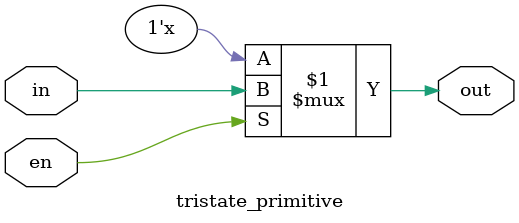
<source format=v>
module tristate_ifelse(input in, input en, output out);
  reg out;
  always @(in,en) begin
    if(en)
      out=in;
    else
      out=1'bz;
  end
endmodule

module tristate_hardwired(input in, input en, output out);
  assign out=en?in:1'bz;
endmodule


module tristate_primitive(input in, input en, output out);
  bufif1(out,in,en);
endmodule

</source>
